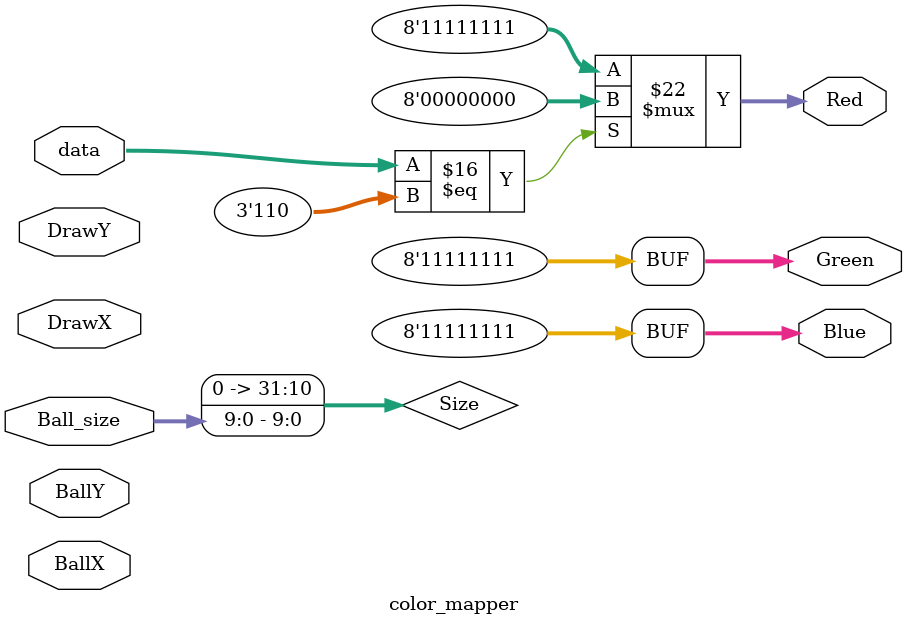
<source format=sv>


module  color_mapper ( input        [9:0] BallX, BallY,  Ball_size,DrawX, DrawY,
								input			[2:0] data,
                       output logic [7:0]  Red, Green, Blue );
    
    logic ball_on;
	 
 /* Old Ball: Generated square box by checking if the current pixel is within a square of length
    2*Ball_Size, centered at (BallX, BallY).  Note that this requires unsigned comparisons.
	 
    if ((DrawX >= BallX - Ball_size) &&
       (DrawX <= BallX + Ball_size) &&
       (DrawY >= BallY - Ball_size) &&
       (DrawY <= BallY + Ball_size))

     New Ball: Generates (pixelated) circle by using the standard circle formula.  Note that while 
     this single line is quite powerful descriptively, it causes the synthesis tool to use up three
     of the 12 available multipliers on the chip!  Since the multiplicants are required to be signed,
	  we have to first cast them from logic to int (signed by default) before they are multiplied). */
	  
    int DistX, DistY, Size;
	 assign DistX = DrawX - BallX;
    assign DistY = DrawY - BallY;
    assign Size = Ball_size;
	  
    always_comb
    begin:Ball_on_proc
        if ( ( DistX*DistX + DistY*DistY) <= (Size * Size) ) 
            ball_on = 1'b1;
        else 
            ball_on = 1'b0;
     end 
       
    always_comb
    begin:RGB_Display
        if ((data == 3'h0)) 
        begin 
            Red = 8'hff;
            Green = 8'hff;
            Blue = 8'hff;
        end
        if ((data == 3'h1)) 
        begin 
            Red = 8'hff;
            Green = 8'h0;
            Blue = 8'h0;
        end 
        if ((data == 3'h2)) 
        begin 
            Red = 8'hff;
            Green = 8'h80;
            Blue = 8'h0;
        end
        if ((data == 3'h3)) 
        begin 
            Red = 8'hff;
            Green = 8'hff;
            Blue = 8'h0;
        end
			if(data==3'h4)
        begin 
            Red = 8'h0; 
            Green = 8'hff;
            Blue = 8'h0 ;//- DrawX[9:3]
        end
		  if(data==3'h5)
        begin 
            Red = 3'h0; 
            Green = 8'h0;
            Blue = 8'hff ;//- DrawX[9:3]
        end
		  if(data==3'h6)
        begin 
            Red = 8'h0; 
            Green = 8'hff;
            Blue = 8'hff ;//- DrawX[9:3]
        end
			else
			 begin 
            Red = 8'hff; 
            Green = 8'hff;
            Blue = 8'hff ;//- DrawX[9:3]
        end
    end 
    
endmodule

</source>
